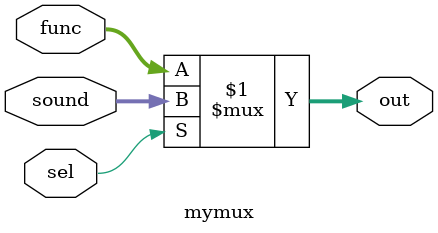
<source format=v>
module mymux(input[7:0] func, sound, input sel, output [7:0] out);
	assign out = sel ? sound : func;
endmodule

</source>
